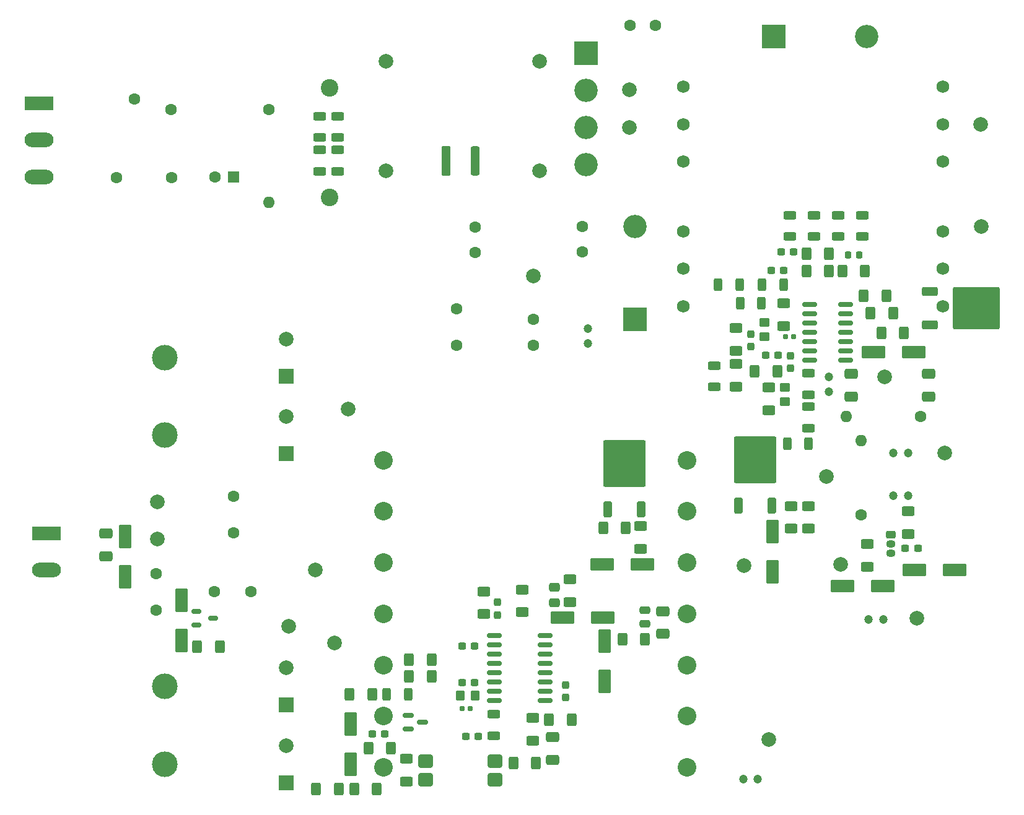
<source format=gbs>
G04 #@! TF.GenerationSoftware,KiCad,Pcbnew,9.0.1*
G04 #@! TF.CreationDate,2025-07-18T15:32:59+03:00*
G04 #@! TF.ProjectId,AC-DC G__ kayna__,41432d44-4320-447f-9ce7-206b61796e61,rev?*
G04 #@! TF.SameCoordinates,Original*
G04 #@! TF.FileFunction,Soldermask,Bot*
G04 #@! TF.FilePolarity,Negative*
%FSLAX46Y46*%
G04 Gerber Fmt 4.6, Leading zero omitted, Abs format (unit mm)*
G04 Created by KiCad (PCBNEW 9.0.1) date 2025-07-18 15:32:59*
%MOMM*%
%LPD*%
G01*
G04 APERTURE LIST*
G04 Aperture macros list*
%AMRoundRect*
0 Rectangle with rounded corners*
0 $1 Rounding radius*
0 $2 $3 $4 $5 $6 $7 $8 $9 X,Y pos of 4 corners*
0 Add a 4 corners polygon primitive as box body*
4,1,4,$2,$3,$4,$5,$6,$7,$8,$9,$2,$3,0*
0 Add four circle primitives for the rounded corners*
1,1,$1+$1,$2,$3*
1,1,$1+$1,$4,$5*
1,1,$1+$1,$6,$7*
1,1,$1+$1,$8,$9*
0 Add four rect primitives between the rounded corners*
20,1,$1+$1,$2,$3,$4,$5,0*
20,1,$1+$1,$4,$5,$6,$7,0*
20,1,$1+$1,$6,$7,$8,$9,0*
20,1,$1+$1,$8,$9,$2,$3,0*%
G04 Aperture macros list end*
%ADD10C,1.600000*%
%ADD11O,1.600000X1.600000*%
%ADD12C,2.000000*%
%ADD13C,3.500000*%
%ADD14R,2.000000X2.000000*%
%ADD15R,3.200000X3.200000*%
%ADD16C,3.200000*%
%ADD17O,3.200000X3.200000*%
%ADD18C,1.200000*%
%ADD19O,1.300000X1.050000*%
%ADD20RoundRect,0.249900X-0.400100X0.275100X-0.400100X-0.275100X0.400100X-0.275100X0.400100X0.275100X0*%
%ADD21C,2.400000*%
%ADD22R,1.600000X1.600000*%
%ADD23C,1.752600*%
%ADD24R,3.960000X1.980000*%
%ADD25O,3.960000X1.980000*%
%ADD26C,2.540000*%
%ADD27RoundRect,0.250000X0.600000X-1.400000X0.600000X1.400000X-0.600000X1.400000X-0.600000X-1.400000X0*%
%ADD28RoundRect,0.250000X-0.600000X1.400000X-0.600000X-1.400000X0.600000X-1.400000X0.600000X1.400000X0*%
%ADD29RoundRect,0.250000X-0.400000X-0.625000X0.400000X-0.625000X0.400000X0.625000X-0.400000X0.625000X0*%
%ADD30RoundRect,0.250000X0.400000X0.625000X-0.400000X0.625000X-0.400000X-0.625000X0.400000X-0.625000X0*%
%ADD31RoundRect,0.237500X-0.300000X-0.237500X0.300000X-0.237500X0.300000X0.237500X-0.300000X0.237500X0*%
%ADD32RoundRect,0.250000X-1.400000X-0.600000X1.400000X-0.600000X1.400000X0.600000X-1.400000X0.600000X0*%
%ADD33RoundRect,0.250000X-0.650000X0.412500X-0.650000X-0.412500X0.650000X-0.412500X0.650000X0.412500X0*%
%ADD34RoundRect,0.250000X0.625000X-0.312500X0.625000X0.312500X-0.625000X0.312500X-0.625000X-0.312500X0*%
%ADD35RoundRect,0.250000X0.350000X-0.850000X0.350000X0.850000X-0.350000X0.850000X-0.350000X-0.850000X0*%
%ADD36RoundRect,0.249997X2.650003X-2.950003X2.650003X2.950003X-2.650003X2.950003X-2.650003X-2.950003X0*%
%ADD37RoundRect,0.250000X-0.625000X0.400000X-0.625000X-0.400000X0.625000X-0.400000X0.625000X0.400000X0*%
%ADD38RoundRect,0.150000X-0.837500X-0.150000X0.837500X-0.150000X0.837500X0.150000X-0.837500X0.150000X0*%
%ADD39RoundRect,0.250000X-0.312500X-0.625000X0.312500X-0.625000X0.312500X0.625000X-0.312500X0.625000X0*%
%ADD40RoundRect,0.237500X0.300000X0.237500X-0.300000X0.237500X-0.300000X-0.237500X0.300000X-0.237500X0*%
%ADD41RoundRect,0.237500X0.237500X-0.300000X0.237500X0.300000X-0.237500X0.300000X-0.237500X-0.300000X0*%
%ADD42RoundRect,0.250000X-0.475000X0.337500X-0.475000X-0.337500X0.475000X-0.337500X0.475000X0.337500X0*%
%ADD43RoundRect,0.250000X0.350000X1.750000X-0.350000X1.750000X-0.350000X-1.750000X0.350000X-1.750000X0*%
%ADD44RoundRect,0.120000X0.480000X1.880000X-0.480000X1.880000X-0.480000X-1.880000X0.480000X-1.880000X0*%
%ADD45RoundRect,0.250000X0.625000X-0.400000X0.625000X0.400000X-0.625000X0.400000X-0.625000X-0.400000X0*%
%ADD46RoundRect,0.250000X-0.450000X0.350000X-0.450000X-0.350000X0.450000X-0.350000X0.450000X0.350000X0*%
%ADD47RoundRect,0.150000X-0.512500X-0.150000X0.512500X-0.150000X0.512500X0.150000X-0.512500X0.150000X0*%
%ADD48RoundRect,0.155000X-0.212500X-0.155000X0.212500X-0.155000X0.212500X0.155000X-0.212500X0.155000X0*%
%ADD49RoundRect,0.150000X-0.587500X-0.150000X0.587500X-0.150000X0.587500X0.150000X-0.587500X0.150000X0*%
%ADD50RoundRect,0.250000X0.650000X-0.412500X0.650000X0.412500X-0.650000X0.412500X-0.650000X-0.412500X0*%
%ADD51RoundRect,0.225000X0.225000X0.250000X-0.225000X0.250000X-0.225000X-0.250000X0.225000X-0.250000X0*%
%ADD52RoundRect,0.150000X-0.825000X-0.150000X0.825000X-0.150000X0.825000X0.150000X-0.825000X0.150000X0*%
%ADD53RoundRect,0.250000X1.400000X0.600000X-1.400000X0.600000X-1.400000X-0.600000X1.400000X-0.600000X0*%
%ADD54RoundRect,0.249999X-0.750001X-0.640001X0.750001X-0.640001X0.750001X0.640001X-0.750001X0.640001X0*%
%ADD55RoundRect,0.250000X0.475000X-0.250000X0.475000X0.250000X-0.475000X0.250000X-0.475000X-0.250000X0*%
%ADD56RoundRect,0.250000X-0.850000X-0.350000X0.850000X-0.350000X0.850000X0.350000X-0.850000X0.350000X0*%
%ADD57RoundRect,0.249997X-2.950003X-2.650003X2.950003X-2.650003X2.950003X2.650003X-2.950003X2.650003X0*%
%ADD58RoundRect,0.250000X-0.350000X-0.450000X0.350000X-0.450000X0.350000X0.450000X-0.350000X0.450000X0*%
G04 APERTURE END LIST*
D10*
G04 #@! TO.C,R3*
X97600000Y-69000000D03*
D11*
X97600000Y-81700000D03*
G04 #@! TD*
D12*
G04 #@! TO.C,VCC*
X173800000Y-119200000D03*
G04 #@! TD*
D13*
G04 #@! TO.C,D28*
X83375000Y-103000000D03*
D14*
X100035000Y-105540000D03*
D12*
X100035000Y-100460000D03*
G04 #@! TD*
D15*
G04 #@! TO.C,D1*
X141000000Y-61300000D03*
D16*
X141000000Y-66380000D03*
X141000000Y-71460000D03*
X141000000Y-76540000D03*
G04 #@! TD*
D10*
G04 #@! TO.C,C35*
X123250000Y-96250000D03*
X123250000Y-101250000D03*
G04 #@! TD*
D12*
G04 #@! TO.C,L1*
X113650000Y-77400000D03*
X134650000Y-77400000D03*
X134650000Y-62400000D03*
X113650000Y-62400000D03*
G04 #@! TD*
D13*
G04 #@! TO.C,D18*
X83375000Y-158555000D03*
D14*
X100035000Y-161095000D03*
D12*
X100035000Y-156015000D03*
G04 #@! TD*
D15*
G04 #@! TO.C,D22*
X147650000Y-97730000D03*
D17*
X147650000Y-85030000D03*
G04 #@! TD*
D10*
G04 #@! TO.C,CY1*
X125800000Y-88600000D03*
X125800000Y-85100000D03*
G04 #@! TD*
D18*
G04 #@! TO.C,C25*
X185000000Y-121800000D03*
X183000000Y-121800000D03*
G04 #@! TD*
D10*
G04 #@! TO.C,C15*
X92800000Y-121900000D03*
X92800000Y-126900000D03*
G04 #@! TD*
D13*
G04 #@! TO.C,D29*
X83375000Y-147955000D03*
D14*
X100035000Y-150495000D03*
D12*
X100035000Y-145415000D03*
G04 #@! TD*
D10*
G04 #@! TO.C,C34*
X133750000Y-97750000D03*
X133750000Y-101250000D03*
G04 #@! TD*
G04 #@! TO.C,F1*
X76800000Y-78300000D03*
X84300000Y-78300000D03*
G04 #@! TD*
D13*
G04 #@! TO.C,D17*
X83375000Y-113540000D03*
D14*
X100035000Y-116080000D03*
D12*
X100035000Y-111000000D03*
G04 #@! TD*
D19*
G04 #@! TO.C,Q1*
X182600000Y-129740000D03*
X182600000Y-128470000D03*
D20*
X182600000Y-127200000D03*
G04 #@! TD*
D10*
G04 #@! TO.C,C14*
X95200000Y-135000000D03*
X90200000Y-135000000D03*
G04 #@! TD*
G04 #@! TO.C,C26*
X82200000Y-132535000D03*
X82200000Y-137535000D03*
G04 #@! TD*
D18*
G04 #@! TO.C,C31*
X162465000Y-160655000D03*
X164465000Y-160655000D03*
G04 #@! TD*
D10*
G04 #@! TO.C,C11*
X140500000Y-85000000D03*
X140500000Y-88500000D03*
G04 #@! TD*
G04 #@! TO.C,RV1*
X79250000Y-67533330D03*
X84250000Y-69000000D03*
G04 #@! TD*
D18*
G04 #@! TO.C,C47*
X185000000Y-116000000D03*
X183000000Y-116000000D03*
G04 #@! TD*
D12*
G04 #@! TO.C,TP8*
X190000000Y-116000000D03*
G04 #@! TD*
D21*
G04 #@! TO.C,CY9*
X105900000Y-81050000D03*
X105900000Y-66050000D03*
G04 #@! TD*
D12*
G04 #@! TO.C,TP3*
X194950000Y-71000000D03*
G04 #@! TD*
G04 #@! TO.C,VCC*
X181800000Y-105600000D03*
G04 #@! TD*
D15*
G04 #@! TO.C,D23*
X166650000Y-59000000D03*
D17*
X179350000Y-59000000D03*
G04 #@! TD*
D12*
G04 #@! TO.C,400V*
X133750000Y-91750000D03*
G04 #@! TD*
D22*
G04 #@! TO.C,TH1*
X92800000Y-78200000D03*
D10*
X90300000Y-78200000D03*
G04 #@! TD*
D23*
G04 #@! TO.C,L3*
X154250000Y-95900000D03*
X154250000Y-90799990D03*
X154250000Y-85699996D03*
X154250000Y-76099994D03*
X154250000Y-71000000D03*
X154250000Y-65899990D03*
X189750005Y-95900000D03*
X189750005Y-90799990D03*
X189750005Y-85699996D03*
X189750005Y-76099994D03*
X189750005Y-71000000D03*
X189750005Y-65899990D03*
G04 #@! TD*
D12*
G04 #@! TO.C,+12V*
X100330000Y-139700000D03*
G04 #@! TD*
D24*
G04 #@! TO.C,J2*
X67200000Y-127035000D03*
D25*
X67200000Y-132035000D03*
G04 #@! TD*
D24*
G04 #@! TO.C,J1*
X66200000Y-68200000D03*
D25*
X66200000Y-73200000D03*
X66200000Y-78200000D03*
G04 #@! TD*
D12*
G04 #@! TO.C,HVG*
X175750000Y-131250000D03*
G04 #@! TD*
D26*
G04 #@! TO.C,T2*
X154762500Y-117000000D03*
X154762500Y-124000000D03*
X154762500Y-131000000D03*
X154762500Y-138000000D03*
X154762500Y-145000000D03*
X154762500Y-152000000D03*
X154762500Y-159000000D03*
X113262500Y-159000000D03*
X113262500Y-152000000D03*
X113262500Y-145000000D03*
X113262500Y-138000000D03*
X113262500Y-131000000D03*
X113262500Y-124000000D03*
X113262500Y-117000000D03*
G04 #@! TD*
D12*
G04 #@! TO.C,L*
X146950000Y-71500000D03*
G04 #@! TD*
G04 #@! TO.C,VAUX*
X186200000Y-138600000D03*
G04 #@! TD*
G04 #@! TO.C,N*
X146950000Y-66300000D03*
G04 #@! TD*
D18*
G04 #@! TO.C,C33*
X141250000Y-99000000D03*
X141250000Y-101000000D03*
G04 #@! TD*
D12*
G04 #@! TO.C,L2*
X82400000Y-122660000D03*
X82400000Y-127740000D03*
G04 #@! TD*
G04 #@! TO.C,Opto+*
X166000000Y-155200000D03*
G04 #@! TD*
G04 #@! TO.C,+12V*
X108500000Y-110000000D03*
G04 #@! TD*
G04 #@! TO.C,TP4*
X195000000Y-85000000D03*
G04 #@! TD*
D10*
G04 #@! TO.C,R2*
X178600000Y-124480000D03*
D11*
X178600000Y-114320000D03*
G04 #@! TD*
D10*
G04 #@! TO.C,CY2*
X147000000Y-57500000D03*
X150500000Y-57500000D03*
G04 #@! TD*
G04 #@! TO.C,R72*
X186680000Y-111000000D03*
D11*
X176520000Y-111000000D03*
G04 #@! TD*
D18*
G04 #@! TO.C,C51*
X181600000Y-138800000D03*
X179600000Y-138800000D03*
G04 #@! TD*
D12*
G04 #@! TO.C,LVG*
X162560000Y-131445000D03*
G04 #@! TD*
D18*
G04 #@! TO.C,C43*
X174200000Y-107600000D03*
X174200000Y-105600000D03*
G04 #@! TD*
D12*
G04 #@! TO.C,TP13*
X104000000Y-132000000D03*
G04 #@! TD*
D27*
G04 #@! TO.C,D9*
X108800000Y-158550000D03*
X108800000Y-153050000D03*
G04 #@! TD*
D28*
G04 #@! TO.C,D12*
X143500000Y-141750000D03*
X143500000Y-147250000D03*
G04 #@! TD*
D29*
G04 #@! TO.C,R23*
X104100000Y-162000000D03*
X107200000Y-162000000D03*
G04 #@! TD*
D30*
G04 #@! TO.C,R83*
X182950000Y-96900000D03*
X179850000Y-96900000D03*
G04 #@! TD*
D31*
G04 #@! TO.C,C8*
X124537500Y-154800000D03*
X126262500Y-154800000D03*
G04 #@! TD*
D30*
G04 #@! TO.C,R22*
X111750000Y-149000000D03*
X108650000Y-149000000D03*
G04 #@! TD*
D32*
G04 #@! TO.C,D11*
X185850000Y-132000000D03*
X191350000Y-132000000D03*
G04 #@! TD*
D33*
G04 #@! TO.C,R18*
X136400000Y-154837500D03*
X136400000Y-157962500D03*
G04 #@! TD*
D27*
G04 #@! TO.C,D3*
X166500000Y-132250000D03*
X166500000Y-126750000D03*
G04 #@! TD*
D34*
G04 #@! TO.C,R19*
X168820000Y-86382500D03*
X168820000Y-83457500D03*
G04 #@! TD*
D35*
G04 #@! TO.C,Q7*
X148500000Y-123700000D03*
D36*
X146220000Y-117400000D03*
D35*
X143940000Y-123700000D03*
G04 #@! TD*
D29*
G04 #@! TO.C,R6*
X116800000Y-144290000D03*
X119900000Y-144290000D03*
G04 #@! TD*
G04 #@! TO.C,R33*
X143320000Y-126280000D03*
X146420000Y-126280000D03*
G04 #@! TD*
D37*
G04 #@! TO.C,R42*
X116400000Y-157850000D03*
X116400000Y-160950000D03*
G04 #@! TD*
G04 #@! TO.C,R81*
X168000000Y-95550000D03*
X168000000Y-98650000D03*
G04 #@! TD*
D38*
G04 #@! TO.C,U5*
X128437500Y-149882500D03*
X128437500Y-148612500D03*
X128437500Y-147342500D03*
X128437500Y-146072500D03*
X128437500Y-144802500D03*
X128437500Y-143532500D03*
X128437500Y-142262500D03*
X128437500Y-140992500D03*
X135362500Y-140992500D03*
X135362500Y-142262500D03*
X135362500Y-143532500D03*
X135362500Y-144802500D03*
X135362500Y-146072500D03*
X135362500Y-147342500D03*
X135362500Y-148612500D03*
X135362500Y-149882500D03*
G04 #@! TD*
D37*
G04 #@! TO.C,R75*
X166000000Y-107050000D03*
X166000000Y-110150000D03*
G04 #@! TD*
D31*
G04 #@! TO.C,C20*
X124037500Y-147400000D03*
X125762500Y-147400000D03*
G04 #@! TD*
D39*
G04 #@! TO.C,R78*
X159037500Y-93000000D03*
X161962500Y-93000000D03*
G04 #@! TD*
D34*
G04 #@! TO.C,R14*
X175440000Y-86382500D03*
X175440000Y-83457500D03*
G04 #@! TD*
G04 #@! TO.C,R73*
X171390000Y-112587500D03*
X171390000Y-109662500D03*
G04 #@! TD*
D37*
G04 #@! TO.C,R40*
X138800000Y-133300000D03*
X138800000Y-136400000D03*
G04 #@! TD*
D40*
G04 #@! TO.C,C36*
X169362500Y-88500000D03*
X167637500Y-88500000D03*
G04 #@! TD*
D41*
G04 #@! TO.C,C7*
X138162500Y-149465000D03*
X138162500Y-147740000D03*
G04 #@! TD*
D42*
G04 #@! TO.C,C50*
X136640000Y-134382500D03*
X136640000Y-136457500D03*
G04 #@! TD*
D12*
G04 #@! TO.C,TP12*
X106600000Y-142000000D03*
G04 #@! TD*
D29*
G04 #@! TO.C,R41*
X111250000Y-156400000D03*
X114350000Y-156400000D03*
G04 #@! TD*
D34*
G04 #@! TO.C,R4*
X107000000Y-72825000D03*
X107000000Y-69900000D03*
G04 #@! TD*
D43*
G04 #@! TO.C,GD1*
X125850000Y-76050000D03*
D44*
X121850000Y-76050000D03*
G04 #@! TD*
D28*
G04 #@! TO.C,D4*
X85700000Y-136170000D03*
X85700000Y-141670000D03*
G04 #@! TD*
D30*
G04 #@! TO.C,R77*
X167150000Y-104800000D03*
X164050000Y-104800000D03*
G04 #@! TD*
D41*
G04 #@! TO.C,C39*
X163480000Y-101442500D03*
X163480000Y-99717500D03*
G04 #@! TD*
D45*
G04 #@! TO.C,R67*
X161500000Y-102000000D03*
X161500000Y-98900000D03*
G04 #@! TD*
D30*
G04 #@! TO.C,R34*
X134150000Y-158400000D03*
X131050000Y-158400000D03*
G04 #@! TD*
D45*
G04 #@! TO.C,R17*
X133662500Y-155370000D03*
X133662500Y-152270000D03*
G04 #@! TD*
D37*
G04 #@! TO.C,R38*
X179400000Y-128450000D03*
X179400000Y-131550000D03*
G04 #@! TD*
D34*
G04 #@! TO.C,R13*
X178750000Y-86382500D03*
X178750000Y-83457500D03*
G04 #@! TD*
D29*
G04 #@! TO.C,R21*
X171100000Y-88700000D03*
X174200000Y-88700000D03*
G04 #@! TD*
D34*
G04 #@! TO.C,R74*
X171400000Y-108025000D03*
X171400000Y-105100000D03*
G04 #@! TD*
D46*
G04 #@! TO.C,R82*
X165400000Y-98100000D03*
X165400000Y-100100000D03*
G04 #@! TD*
D47*
G04 #@! TO.C,Q10*
X87762500Y-139570000D03*
X87762500Y-137670000D03*
X90037500Y-138620000D03*
G04 #@! TD*
D48*
G04 #@! TO.C,C5*
X124032500Y-151000000D03*
X125167500Y-151000000D03*
G04 #@! TD*
D31*
G04 #@! TO.C,C46*
X166267500Y-91000000D03*
X167992500Y-91000000D03*
G04 #@! TD*
D32*
G04 #@! TO.C,D24*
X180300000Y-102200000D03*
X185800000Y-102200000D03*
G04 #@! TD*
D49*
G04 #@! TO.C,U1*
X116725000Y-153800000D03*
X116725000Y-151900000D03*
X118600000Y-152850000D03*
G04 #@! TD*
D40*
G04 #@! TO.C,C21*
X125762500Y-142400000D03*
X124037500Y-142400000D03*
G04 #@! TD*
D30*
G04 #@! TO.C,R71*
X179100000Y-91100000D03*
X176000000Y-91100000D03*
G04 #@! TD*
G04 #@! TO.C,R53*
X112400000Y-162000000D03*
X109300000Y-162000000D03*
G04 #@! TD*
D50*
G04 #@! TO.C,C42*
X177200000Y-108262500D03*
X177200000Y-105137500D03*
G04 #@! TD*
D35*
G04 #@! TO.C,Q6*
X166362500Y-123200000D03*
D36*
X164082500Y-116900000D03*
D35*
X161802500Y-123200000D03*
G04 #@! TD*
D51*
G04 #@! TO.C,C40*
X178350000Y-88900000D03*
X176800000Y-88900000D03*
G04 #@! TD*
D45*
G04 #@! TO.C,R32*
X148470000Y-129130000D03*
X148470000Y-126030000D03*
G04 #@! TD*
D39*
G04 #@! TO.C,R20*
X113737500Y-149000000D03*
X116662500Y-149000000D03*
G04 #@! TD*
D29*
G04 #@! TO.C,R63*
X181350000Y-99592500D03*
X184450000Y-99592500D03*
G04 #@! TD*
D45*
G04 #@! TO.C,R31*
X169000000Y-126350000D03*
X169000000Y-123250000D03*
G04 #@! TD*
D41*
G04 #@! TO.C,C44*
X168950000Y-104432500D03*
X168950000Y-102707500D03*
G04 #@! TD*
D30*
G04 #@! TO.C,R24*
X149050000Y-141500000D03*
X145950000Y-141500000D03*
G04 #@! TD*
D45*
G04 #@! TO.C,R35*
X127000000Y-138050000D03*
X127000000Y-134950000D03*
G04 #@! TD*
D33*
G04 #@! TO.C,C48*
X187800000Y-105175000D03*
X187800000Y-108300000D03*
G04 #@! TD*
D52*
G04 #@! TO.C,U2*
X171525000Y-103310000D03*
X171525000Y-102040000D03*
X171525000Y-100770000D03*
X171525000Y-99500000D03*
X171525000Y-98230000D03*
X171525000Y-96960000D03*
X171525000Y-95690000D03*
X176475000Y-95690000D03*
X176475000Y-96960000D03*
X176475000Y-98230000D03*
X176475000Y-99500000D03*
X176475000Y-100770000D03*
X176475000Y-102040000D03*
X176475000Y-103310000D03*
G04 #@! TD*
D34*
G04 #@! TO.C,R12*
X104600000Y-77462500D03*
X104600000Y-74537500D03*
G04 #@! TD*
D53*
G04 #@! TO.C,D2*
X148690000Y-131200000D03*
X143190000Y-131200000D03*
G04 #@! TD*
D29*
G04 #@! TO.C,R25*
X87850000Y-142470000D03*
X90950000Y-142470000D03*
G04 #@! TD*
D48*
G04 #@! TO.C,C41*
X168232500Y-100080000D03*
X169367500Y-100080000D03*
G04 #@! TD*
D31*
G04 #@! TO.C,C45*
X165537500Y-102620000D03*
X167262500Y-102620000D03*
G04 #@! TD*
D37*
G04 #@! TO.C,R68*
X161480000Y-103830000D03*
X161480000Y-106930000D03*
G04 #@! TD*
D33*
G04 #@! TO.C,C1*
X75400000Y-127037500D03*
X75400000Y-130162500D03*
G04 #@! TD*
D29*
G04 #@! TO.C,R1*
X116800000Y-146600000D03*
X119900000Y-146600000D03*
G04 #@! TD*
D31*
G04 #@! TO.C,C4*
X111737500Y-154400000D03*
X113462500Y-154400000D03*
G04 #@! TD*
D39*
G04 #@! TO.C,R11*
X168475000Y-114700000D03*
X171400000Y-114700000D03*
G04 #@! TD*
D41*
G04 #@! TO.C,C10*
X128900000Y-138162500D03*
X128900000Y-136437500D03*
G04 #@! TD*
D54*
G04 #@! TO.C,U4*
X119035000Y-160670000D03*
X119035000Y-158130000D03*
X128565000Y-158130000D03*
X128565000Y-160670000D03*
G04 #@! TD*
D30*
G04 #@! TO.C,R70*
X174200000Y-91100000D03*
X171100000Y-91100000D03*
G04 #@! TD*
D32*
G04 #@! TO.C,D14*
X137750000Y-138500000D03*
X143250000Y-138500000D03*
G04 #@! TD*
D55*
G04 #@! TO.C,C49*
X149000000Y-139370000D03*
X149000000Y-137470000D03*
G04 #@! TD*
D34*
G04 #@! TO.C,R8*
X104600000Y-72825000D03*
X104600000Y-69900000D03*
G04 #@! TD*
D28*
G04 #@! TO.C,D19*
X78000000Y-127450000D03*
X78000000Y-132950000D03*
G04 #@! TD*
D53*
G04 #@! TO.C,D15*
X181550000Y-134200000D03*
X176050000Y-134200000D03*
G04 #@! TD*
D45*
G04 #@! TO.C,R30*
X171400000Y-126350000D03*
X171400000Y-123250000D03*
G04 #@! TD*
D46*
G04 #@! TO.C,R76*
X168200000Y-107000000D03*
X168200000Y-109000000D03*
G04 #@! TD*
D34*
G04 #@! TO.C,R16*
X128400000Y-154662500D03*
X128400000Y-151737500D03*
G04 #@! TD*
D39*
G04 #@! TO.C,R79*
X162037500Y-95500000D03*
X164962500Y-95500000D03*
G04 #@! TD*
D30*
G04 #@! TO.C,R5*
X139012500Y-152470000D03*
X135912500Y-152470000D03*
G04 #@! TD*
D37*
G04 #@! TO.C,R39*
X185000000Y-124000000D03*
X185000000Y-127100000D03*
G04 #@! TD*
D34*
G04 #@! TO.C,R69*
X158500000Y-106962500D03*
X158500000Y-104037500D03*
G04 #@! TD*
D39*
G04 #@! TO.C,R80*
X165037500Y-93000000D03*
X167962500Y-93000000D03*
G04 #@! TD*
D34*
G04 #@! TO.C,R7*
X107000000Y-77462500D03*
X107000000Y-74537500D03*
G04 #@! TD*
G04 #@! TO.C,R15*
X172130000Y-86382500D03*
X172130000Y-83457500D03*
G04 #@! TD*
D37*
G04 #@! TO.C,R37*
X132300000Y-134687500D03*
X132300000Y-137787500D03*
G04 #@! TD*
D56*
G04 #@! TO.C,Q5*
X188000000Y-98480000D03*
D57*
X194300000Y-96200000D03*
D56*
X188000000Y-93920000D03*
G04 #@! TD*
D50*
G04 #@! TO.C,C32*
X151500000Y-140762500D03*
X151500000Y-137637500D03*
G04 #@! TD*
D31*
G04 #@! TO.C,C28*
X184600000Y-129000000D03*
X186325000Y-129000000D03*
G04 #@! TD*
D29*
G04 #@! TO.C,R36*
X178950000Y-94500000D03*
X182050000Y-94500000D03*
G04 #@! TD*
D58*
G04 #@! TO.C,R10*
X123800000Y-149200000D03*
X125800000Y-149200000D03*
G04 #@! TD*
M02*

</source>
